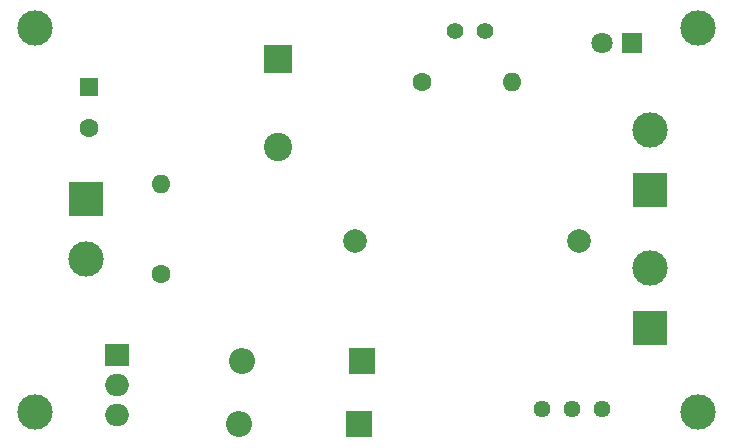
<source format=gbr>
%TF.GenerationSoftware,KiCad,Pcbnew,7.0.1*%
%TF.CreationDate,2023-10-09T09:12:30+02:00*%
%TF.ProjectId,ULN_PowerSupply_v2_0,554c4e5f-506f-4776-9572-537570706c79,rev?*%
%TF.SameCoordinates,Original*%
%TF.FileFunction,Soldermask,Top*%
%TF.FilePolarity,Negative*%
%FSLAX46Y46*%
G04 Gerber Fmt 4.6, Leading zero omitted, Abs format (unit mm)*
G04 Created by KiCad (PCBNEW 7.0.1) date 2023-10-09 09:12:30*
%MOMM*%
%LPD*%
G01*
G04 APERTURE LIST*
%ADD10C,3.000000*%
%ADD11R,2.200000X2.200000*%
%ADD12O,2.200000X2.200000*%
%ADD13C,1.400000*%
%ADD14R,3.000000X3.000000*%
%ADD15C,1.440000*%
%ADD16R,2.400000X2.400000*%
%ADD17C,2.400000*%
%ADD18R,1.600000X1.600000*%
%ADD19C,1.600000*%
%ADD20R,2.000000X1.905000*%
%ADD21O,2.000000X1.905000*%
%ADD22C,2.000000*%
%ADD23O,1.600000X1.600000*%
%ADD24R,1.800000X1.800000*%
%ADD25C,1.800000*%
G04 APERTURE END LIST*
D10*
%TO.C,REF\u002A\u002A*%
X125984000Y-119380000D03*
%TD*%
%TO.C,REF\u002A\u002A*%
X182118000Y-119380000D03*
%TD*%
%TO.C,REF\u002A\u002A*%
X182118000Y-86868000D03*
%TD*%
%TO.C,REF\u002A\u002A*%
X125984000Y-86868000D03*
%TD*%
D11*
%TO.C,D2*%
X153670000Y-115062000D03*
D12*
X143510000Y-115062000D03*
%TD*%
D13*
%TO.C,J5*%
X164064000Y-87122000D03*
X161524000Y-87122000D03*
%TD*%
D14*
%TO.C,J3*%
X178054000Y-112268000D03*
D10*
X178054000Y-107188000D03*
%TD*%
D15*
%TO.C,Vout reg*%
X168900000Y-119126000D03*
X171440000Y-119126000D03*
X173980000Y-119126000D03*
%TD*%
D16*
%TO.C,C2*%
X146558000Y-89451200D03*
D17*
X146558000Y-96951200D03*
%TD*%
D18*
%TO.C,C1*%
X130556000Y-91819300D03*
D19*
X130556000Y-95319300D03*
%TD*%
D20*
%TO.C,U1*%
X132913000Y-114554000D03*
D21*
X132913000Y-117094000D03*
X132913000Y-119634000D03*
%TD*%
D22*
%TO.C,L1*%
X153060000Y-104902000D03*
X172060000Y-104902000D03*
%TD*%
D19*
%TO.C,Rled1*%
X158750000Y-91440000D03*
D23*
X166370000Y-91440000D03*
%TD*%
D14*
%TO.C,J1*%
X130302000Y-101346000D03*
D10*
X130302000Y-106426000D03*
%TD*%
D19*
%TO.C,R1*%
X136652000Y-107696000D03*
D23*
X136652000Y-100076000D03*
%TD*%
D24*
%TO.C,D1*%
X176535000Y-88138000D03*
D25*
X173995000Y-88138000D03*
%TD*%
D11*
%TO.C,D3*%
X153416000Y-120396000D03*
D12*
X143256000Y-120396000D03*
%TD*%
D14*
%TO.C,J2*%
X178054000Y-100584000D03*
D10*
X178054000Y-95504000D03*
%TD*%
M02*

</source>
